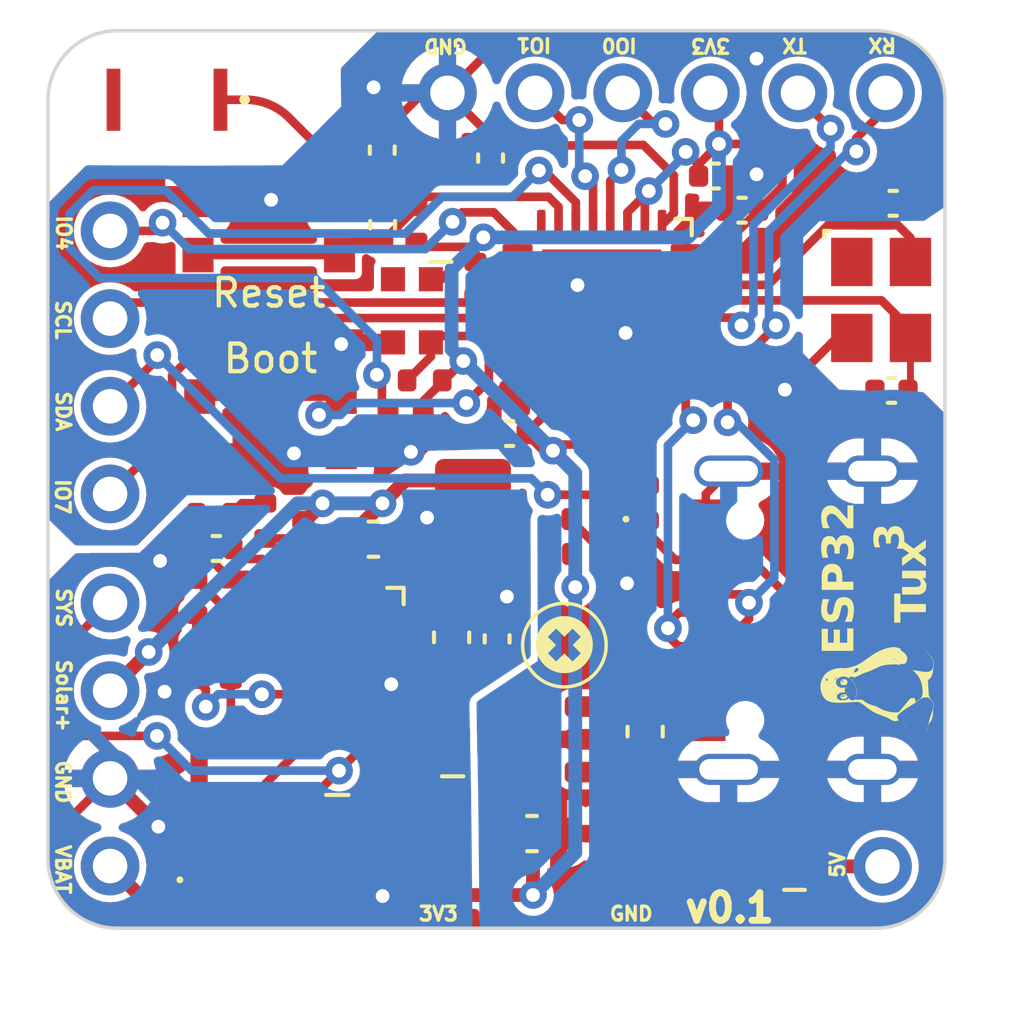
<source format=kicad_pcb>
(kicad_pcb (version 20221018) (generator pcbnew)
  (layers (0 "F.Cu" signal) (31 "B.Cu" signal) (34 "B.Paste" user) (35 "F.Paste" user) (36 "B.SilkS" user "B.Silkscreen") (37 "F.SilkS" user "F.Silkscreen") (38 "B.Mask" user) (39 "F.Mask" user) (44 "Edge.Cuts" user))
  (net 0 "")
  (net 1 "GND")
  (net 2 "Net-(U1-VREF_SAMP)")
  (net 3 "Net-(D1-K)")
  (net 4 "Net-(D1-A)")
  (net 6 "Net-(U1-LBST)")
  (net 7 "Net-(U1-OK_PROG)")
  (net 8 "Net-(R2-Pad2)")
  (net 9 "Net-(U1-VBAT_OV)")
  (net 10 "Net-(U1-VRDIV)")
  (net 11 "Net-(U1-VBAT_UV)")
  (net 12 "Net-(U1-OK_HYST)")
  (net 13 "+3.3V")
  (net 14 "CHIP_EN")
  (net 15 "+5V")
  (net 16 "Net-(D2-A)")
  (net 17 "Net-(U2-LNA_IN)")
  (net 18 "Net-(J2-CC1)")
  (net 19 "IO19")
  (net 20 "IO18")
  (net 21 "Net-(J2-CC2)")
  (net 22 "IO5")
  (net 23 "IO6")
  (net 31 "IO9")
  (net 32 "IO0")
  (net 33 "IO1")
  (net 35 "IO4")
  (net 36 "IO7")
  (net 37 "RX")
  (net 38 "TX")
  (net 42 "Net-(D5-A)")
  (net 43 "GND2")
  (net 44 "IO2")
  (net 46 "SolarIN")
  (net 47 "VBAT")
  (net 48 "SolarSYS")
  (net 50 "IO8")
  (net 51 "Net-(U1-VOC_SAMP)")
  (net 52 "ANT1")
  (net 53 "XTAL_P")
  (net 54 "XTAL_N")
  (net 55 "NC")
  (footprint "Jumper:SolderJumper-2_P1.3mm_Open_Pad1.0x1.5mm" (layer "F.Cu") (at 111.65 97.91 -90)
    (fp_text reference "JP2" hide)
    (fp_text value "SolderJumper_2_Open" hide)
  )
  (footprint "Capacitor_SMD:C_0402_1005Metric" (layer "F.Cu") (at 113.42 91.62 90)
    (fp_text reference "C2" hide)
    (fp_text value "100 nF" hide)
  )
  (footprint "Jumper:SolderJumper-2_P1.3mm_Open_Pad1.0x1.5mm" (layer "F.Cu") (at 117.22 97.92 90)
    (fp_text reference "JP1" hide)
    (fp_text value "SolderJumper_2_Open" hide)
  )
  (footprint "Inductor_SMD:L_0402_1005Metric" (layer "F.Cu") (at 111.775 78.12 180)
    (fp_text reference "L2" hide)
    (fp_text value "2 nH" hide)
  )
  (footprint "Connector_PinHeader_2.54mm:PinHeader_1x04_P2.54mm_Vertical" (layer "F.Cu") (at 102.2 98.2 180)
    (fp_text reference "J3" hide)
    (fp_text value "Conn_01x04" hide)
  )
  (footprint "Resistor_SMD:R_0402_1005Metric" (layer "F.Cu") (at 105.7 92.29 -90)
    (fp_text reference "R7" hide)
    (fp_text value "6.12M" hide)
  )
  (footprint "Inductor_SMD:L_1008_2520Metric" (layer "F.Cu") (at 112.72 88.105 -90)
    (fp_text reference "L1" hide)
    (fp_text value "22 uH" hide)
  )
  (footprint "Package_TO_SOT_SMD:SOT-23-5" (layer "F.Cu") (at 114.9025 94.53 180)
    (fp_text reference "U3" hide)
    (fp_text value "SPX3819M5-L-3-3" hide)
  )
  (footprint "Resistor_SMD:R_0402_1005Metric" (layer "F.Cu") (at 104.7 92.29 -90)
    (fp_text reference "R8" hide)
    (fp_text value "542K" hide)
  )
  (footprint "Resistor_SMD:R_0402_1005Metric" (layer "F.Cu") (at 107.8 88.69 -90)
    (fp_text reference "R1" hide)
    (fp_text value "4.42M" hide)
  )
  (footprint "Resistor_SMD:R_0402_1005Metric" (layer "F.Cu") (at 105.29 96.2 180)
    (fp_text reference "R10" hide)
    (fp_text value "3.32M" hide)
  )
  (footprint "Capacitor_SMD:C_0402_1005Metric" (layer "F.Cu") (at 113.78 85.67 180)
    (fp_text reference "C7" hide)
    (fp_text value "0.1 uF" hide)
  )
  (footprint "Resistor_SMD:R_0402_1005Metric" (layer "F.Cu") (at 112.79 81.21 90)
    (fp_text reference "R15" hide)
    (fp_text value "10K" hide)
  )
  (footprint "Resistor_SMD:R_0402_1005Metric" (layer "F.Cu") (at 105.29 94.5 180)
    (fp_text reference "R6" hide)
    (fp_text value "3.83M" hide)
  )
  (footprint "Capacitor_SMD:C_0402_1005Metric" (layer "F.Cu") (at 124.85 84.42)
    (fp_text reference "C6" hide)
    (fp_text value "10 pF" hide)
  )
  (footprint "Connector_PinHeader_2.54mm:PinHeader_1x06_P2.54mm_Vertical" (layer "F.Cu") (at 124.68 75.8 -90)
    (fp_text reference "J1" hide)
    (fp_text value "Conn_02x04_Top_Bottom" hide)
  )
  (footprint "LED_SMD:LED_0402_1005Metric" (layer "F.Cu") (at 105.315 98.6)
    (fp_text reference "D1" hide)
    (fp_text value "LED" hide)
  )
  (footprint "Resistor_SMD:R_0402_1005Metric" (layer "F.Cu") (at 117.43 91.77 -90)
    (fp_text reference "R12" hide)
    (fp_text value "4k7" hide)
  )
  (footprint "Resistor_SMD:R_0402_1005Metric" (layer "F.Cu") (at 111.32 84.13)
    (fp_text reference "R16" hide)
    (fp_text value "10K" hide)
  )
  (footprint "BRC1518:tux" (layer "F.Cu") (at 128.058812 93.900976 90)
    (fp_text reference "REF**" hide)
    (fp_text value "tux" hide)
  )
  (footprint "Button_Switch_SMD:SW_Push_1P1T_NO_CK_KMR2" (layer "F.Cu") (at 106.85 85.4)
    (fp_text reference "SW1" hide)
    (fp_text value "Boot")
  )
  (footprint "LED_SMD:LED_WS2812B-2020_PLCC4_2.0x2.0mm" (layer "F.Cu") (at 110.95 82.115 -90)
    (fp_text reference "D3" hide)
    (fp_text value "WS2812B" hide)
  )
  (footprint "Connector_PinHeader_2.54mm:PinHeader_1x04_P2.54mm_Vertical" (layer "F.Cu") (at 102.2 87.42 180)
    (fp_text reference "J7" hide)
    (fp_text value "Conn_02x04_Top_Bottom" hide)
  )
  (footprint "Capacitor_SMD:C_0603_1608Metric" (layer "F.Cu") (at 117.71 94.305 90)
    (fp_text reference "C9" hide)
    (fp_text value "10 uF" hide)
  )
  (footprint "Capacitor_SMD:C_0402_1005Metric" (layer "F.Cu") (at 113.23 77.69 90)
    (fp_text reference "C12" hide)
    (fp_text value "4.7 pF" hide)
  )
  (footprint "Capacitor_SMD:C_0402_1005Metric" (layer "F.Cu") (at 105.28 89 180)
    (fp_text reference "C3" hide)
    (fp_text value "10 nF" hide)
  )
  (footprint "Crystal:Crystal_SMD_3225-4Pin_3.2x2.5mm" (layer "F.Cu") (at 124.55 81.8 -90)
    (fp_text reference "Y1" hide)
    (fp_text value "40 Mhz" hide)
  )
  (footprint "Resistor_SMD:R_0402_1005Metric" (layer "F.Cu") (at 107.51 94.5)
    (fp_text reference "R9" hide)
    (fp_text value "6.12M" hide)
  )
  (footprint "Capacitor_SMD:C_0402_1005Metric" (layer "F.Cu") (at 119.74 78.21)
    (fp_text reference "C13" hide)
    (fp_text value "0.1uF" hide)
  )
  (footprint "Button_Switch_SMD:SW_Push_1P1T_NO_CK_KMR2" (layer "F.Cu") (at 106.8 79.7 180)
    (fp_text reference "SW2" hide)
    (fp_text value "Reset")
  )
  (footprint "Capacitor_SMD:C_0402_1005Metric" (layer "F.Cu") (at 124.9 79 180)
    (fp_text reference "C5" hide)
    (fp_text value "10 pF" hide)
  )
  (footprint "Capacitor_SMD:C_0402_1005Metric" (layer "F.Cu") (at 110.1 79.62 90)
    (fp_text reference "C8" hide)
    (fp_text value "0.1 uF" hide)
  )
  (footprint "Capacitor_SMD:C_0603_1608Metric" (layer "F.Cu") (at 114.43 97.26)
    (fp_text reference "C10" hide)
    (fp_text value "10 uF" hide)
  )
  (footprint "Diode_SMD:D_SOD-523" (layer "F.Cu") (at 112.12 94.34 90)
    (fp_text reference "D5" hide)
    (fp_text value "1N4148WT" hide)
  )
  (footprint "LED_SMD:LED_0402_1005Metric" (layer "F.Cu") (at 116.065 88.15 180)
    (fp_text reference "D2" hide)
    (fp_text value "LED" hide)
  )
  (footprint "Connector_USB:USB_C_Receptacle_Palconn_UTC16-G" (layer "F.Cu") (at 122.06 91.08 90)
    (fp_text reference "J2" hide)
    (fp_text value "USB_C_Receptacle_USB2.0" hide)
  )
  (footprint "Package_DFN_QFN:QFN-32-1EP_5x5mm_P0.5mm_EP3.45x3.45mm" (layer "F.Cu") (at 116.45 82.0625 -90)
    (fp_text reference "U2" hide)
    (fp_text value "ESP32-C3" hide)
  )
  (footprint "Resistor_SMD:R_0402_1005Metric" (layer "F.Cu") (at 117.79 87.68 -90)
    (fp_text reference "R13" hide)
    (fp_text value "4k7" hide)
  )
  (footprint "Resistor_SMD:R_0402_1005Metric" (layer "F.Cu") (at 105.7 90.4 90)
    (fp_text reference "R4" hide)
    (fp_text value "4.42M" hide)
  )
  (footprint "Resistor_SMD:R_0402_1005Metric" (layer "F.Cu") (at 116.08 89.16 180)
    (fp_text reference "R17" hide)
    (fp_text value "1K" hide)
  )
  (footprint "Resistor_SMD:R_0402_1005Metric" (layer "F.Cu") (at 110.8 85.14)
    (fp_text reference "R19" hide)
    (fp_text value "10K" hide)
  )
  (footprint "Resistor_SMD:R_0402_1005Metric" (layer "F.Cu") (at 111.08 79.61 -90)
    (fp_text reference "R18" hide)
    (fp_text value "10K" hide)
  )
  (footprint "Connector_PinHeader_2.54mm:PinHeader_1x01_P2.54mm_Vertical" (layer "F.Cu") (at 124.59 98.21)
    (fp_text reference "J4" hide)
    (fp_text value "Conn_01x01" hide)
  )
  (footprint "Capacitor_SMD:C_0402_1005Metric" (layer "F.Cu") (at 120.52 79.2 180)
    (fp_text reference "C14" hide)
    (fp_text value "0.1 uF" hide)
  )
  (footprint "PulseAntFoot:ANT3216LL00R2400A" (layer "F.Cu") (at 103.85 76 180)
    (fp_text reference "ANT1" hide)
    (fp_text value "ANT3216LL00R2400A" hide)
  )
  (footprint "BRC1518:Logo" (layer "F.Cu") (at 115.37 91.8)
    (fp_text reference "REF**" hide)
    (fp_text value "Logo" hide)
  )
  (footprint "Package_DFN_QFN:VQFN-16-1EP_3x3mm_P0.5mm_EP1.68x1.68mm" (layer "F.Cu") (at 109.1 91.75 -90)
    (fp_text reference "U1" hide)
    (fp_text value "BQ25504" hide)
  )
  (footprint "Capacitor_SMD:C_0402_1005Metric" (layer "F.Cu") (at 110.09 77.46 90)
    (fp_text reference "C11" hide)
    (fp_text value "3.3 pF" hide)
  )
  (footprint "Resistor_SMD:R_0402_1005Metric" (layer "F.Cu") (at 117.12 85.99 180)
    (fp_text reference "R14" hide)
    (fp_text value "10K" hide)
  )
  (footprint "Diode_SMD:D_SOD-523" (layer "F.Cu") (at 122.04 97.64 90)
    (fp_text reference "D4" hide)
    (fp_text value "1N4148WT" hide)
  )
  (footprint "Resistor_SMD:R_0402_1005Metric" (layer "F.Cu") (at 104.7 90.41 90)
    (fp_text reference "R5" hide)
    (fp_text value "5.62M" hide)
  )
  (footprint "Capacitor_SMD:C_0603_1608Metric" (layer "F.Cu") (at 112.1 91.575 90)
    (fp_text reference "C1" hide)
    (fp_text value "4.7 uF" hide)
  )
  (footprint "Resistor_SMD:R_0402_1005Metric" (layer "F.Cu") (at 106.7 88.2 90)
    (fp_text reference "R2" hide)
    (fp_text value "5.90M" hide)
  )
  (footprint "Resistor_SMD:R_0402_1005Metric" (layer "F.Cu") (at 105.21 88 180)
    (fp_text reference "R3" hide)
    (fp_text value "9.76M" hide)
  )
  (footprint "Resistor_SMD:R_0402_1005Metric" (layer "F.Cu") (at 105.29 97.4)
    (fp_text reference "R11" hide)
    (fp_text value "4K7" hide)
  )
  (footprint "Package_TO_SOT_SMD:SOT-23" (layer "F.Cu") (at 108.4625 97.7)
    (fp_text reference "Q1" hide)
    (fp_text value "BC847" hide)
  )
  (footprint "Capacitor_SMD:C_0603_1608Metric" (layer "F.Cu") (at 109.835 88.73)
    (fp_text reference "C4" hide)
    (fp_text value "4.7 uF" hide)
  )
  (gr_line (start 102.4 100) (end 124.3 100) (stroke (width 0.1)) (layer "Edge.Cuts"))
  (gr_arc (start 126.4 98) (mid 125.77845 99.449095) (end 124.300125 99.997505) (stroke (width 0.1)) (layer "Edge.Cuts"))
  (gr_arc (start 102.4 100) (mid 100.98991 99.41009) (end 100.4 98) (stroke (width 0.1)) (layer "Edge.Cuts"))
  (gr_arc (start 124.4 74) (mid 125.814214 74.585786) (end 126.4 76) (stroke (width 0.1)) (layer "Edge.Cuts"))
  (gr_line (start 100.4 76) (end 100.4 98) (stroke (width 0.1)) (layer "Edge.Cuts"))
  (gr_line (start 126.4 98) (end 126.4 76) (stroke (width 0.1)) (layer "Edge.Cuts"))
  (gr_line (start 124.4 74) (end 102.4 74) (stroke (width 0.1)) (layer "Edge.Cuts"))
  (gr_arc (start 100.4 76) (mid 100.98991 74.58991) (end 102.399999 74) (stroke (width 0.1)) (layer "Edge.Cuts"))
  (segment (start 120.22 79.02) (end 120.04 79.2) (width 0.25) (layer "F.Cu") (net 1))
  (segment (start 115.01 94.184251) (end 115.01 93.27) (width 0.25) (layer "F.Cu") (net 1))
  (segment (start 111.220538 86.2) (end 108.9 86.2) (width 0.25) (layer "F.Cu") (net 1))
  (segment (start 123.26 82.9) (end 121.76 84.4) (width 0.25) (layer "F.Cu") (net 1))
  (segment (start 115.01 93.27) (end 116.885 91.395) (width 0.25) (layer "F.Cu") (net 1))
  (segment (start 116.785 92.605) (end 116.785 91.495) (width 0.25) (layer "F.Cu") (net 1))
  (segment (start 120.13 86.76) (end 124.3 86.76) (width 0.25) (layer "F.Cu") (net 1))
  (segment (start 120.89 78.21) (end 120.94 78.16) (width 0.25) (layer "F.Cu") (net 1))
  (segment (start 113.23 77.21) (end 113.23 77.05) (width 0.25) (layer "F.Cu") (net 1))
  (segment (start 101.713299 88.595) (end 102.686701 88.595) (width 0.25) (layer "F.Cu") (net 1))
  (segment (start 124.37 84.42) (end 124.37 84.427609) (width 0.25) (layer "F.Cu") (net 1))
  (segment (start 102.686701 88.595) (end 104.8 86.481701) (width 0.25) (layer "F.Cu") (net 1))
  (segment (start 106.87 78.9) (end 104.75 78.9) (width 0.25) (layer "F.Cu") (net 1))
  (segment (start 117.53 87.17) (end 116.55 88.15) (width 0.25) (layer "F.Cu") (net 1))
  (segment (start 101.025 87.906701) (end 101.713299 88.595) (width 0.25) (layer "F.Cu") (net 1))
  (segment (start 119.46 94.28) (end 118.46 94.28) (width 0.4) (layer "F.Cu") (net 1))
  (segment (start 117.71 93.53) (end 116.785 92.605) (width 0.25) (layer "F.Cu") (net 1))
  (segment (start 101.713299 78.625) (end 101.025 79.313299) (width 0.25) (layer "F.Cu") (net 1))
  (segment (start 115.365 97.27) (end 115.205 97.43) (width 0.25) (layer "F.Cu") (net 1))
  (segment (start 116.94 96.99) (end 117.22 97.27) (width 0.25) (layer "F.Cu") (net 1))
  (segment (start 116.55 88.15) (end 117.185 88.785) (width 0.25) (layer "F.Cu") (net 1))
  (segment (start 111.98 75.8) (end 111.27 75.8) (width 0.25) (layer "F.Cu") (net 1))
  (segment (start 111.27 75.8) (end 110.09 76.98) (width 0.25) (layer "F.Cu") (net 1))
  (segment (start 113.605 74.175) (end 111.98 75.8) (width 0.25) (layer "F.Cu") (net 1))
  (segment (start 120.94 74.81) (end 120.94 76.261701) (width 0.25) (layer "F.Cu") (net 1))
  (segment (start 117.185 88.785) (end 117.185 90.01) (width 0.25) (layer "F.Cu") (net 1))
  (segment (start 117.79 87.17) (end 117.53 87.17) (width 0.25) (layer "F.Cu") (net 1))
  (segment (start 107.575998 86.2) (end 107.532023 86.243975) (width 0.25) (layer "F.Cu") (net 1))
  (segment (start 115.215 97.27) (end 115.205 97.26) (width 0.25) (layer "F.Cu") (net 1))
  (segment (start 123.7 82.9) (end 123.26 82.9) (width 0.25) (layer "F.Cu") (net 1))
  (segment (start 116.785 91.495) (end 116.885 91.395) (width 0.25) (layer "F.Cu") (net 1))
  (segment (start 120.22 78.21) (end 120.22 79.02) (width 0.25) (layer "F.Cu") (net 1))
  (segment (start 116.04 94.53) (end 115.355749 94.53) (width 0.25) (layer "F.Cu") (net 1))
  (segment (start 124.3 95.4) (end 124.3 86.76) (width 0.25) (layer "F.Cu") (net 1))
  (segment (start 101.025 79.313299) (end 101.025 87.906701) (width 0.25) (layer "F.Cu") (net 1))
  (segment (start 113.23 77.05) (end 111.98 75.8) (width 0.25) (layer "F.Cu") (net 1))
  (segment (start 117.22 97.27) (end 115.215 97.27) (width 0.25) (layer "F.Cu") (net 1))
  (segment (start 109.09 79.14) (end 108.85 78.9) (width 0.25) (layer "F.Cu") (net 1))
  (segment (start 120.94 74.81) (end 120.271701 74.81) (width 0.25) (layer "F.Cu") (net 1))
  (segment (start 117.43 91.26) (end 117.185 91.015) (width 0.25) (layer "F.Cu") (net 1))
  (segment (start 110.1 79.14) (end 109.09 79.14) (width 0.25) (layer "F.Cu") (net 1))
  (segment (start 116.885 91.395) (end 117.02 91.26) (width 0.25) (layer "F.Cu") (net 1))
  (segment (start 117.02 91.26) (end 117.43 91.26) (width 0.25) (layer "F.Cu") (net 1))
  (segment (start 104.8 86.481701) (end 104.8 86.2) (width 0.25) (layer "F.Cu") (net 1))
  (segment (start 106.87 78.9) (end 108.85 78.9) (width 0.25) (layer "F.Cu") (net 1))
  (segment (start 120.271701 74.81) (end 119.636701 74.175) (width 0.25) (layer "F.Cu") (net 1))
  (segment (start 120.94 76.261701) (end 123.678299 79) (width 0.25) (layer "F.Cu") (net 1))
  (segment (start 108.9 83.079) (end 108.949 83.03) (width 0.25) (layer "F.Cu") (net 1))
  (segment (start 119.636701 74.175) (end 113.605 74.175) (width 0.25) (layer "F.Cu") (net 1))
  (segment (start 123.678299 79) (end 124.42 79) (width 0.25) (layer "F.Cu") (net 1))
  (segment (start 113.3 85.67) (end 111.750538 85.67) (width 0.25) (layer "F.Cu") (net 1))
  (segment (start 104.475 78.625) (end 101.713299 78.625) (width 0.25) (layer "F.Cu") (net 1))
  (segment (start 117.185 91.015) (end 117.185 90.01) (width 0.25) (layer "F.Cu") (net 1))
  (segment (start 115.355749 94.53) (end 115.01 94.184251) (width 0.25) (layer "F.Cu") (net 1))
  (segment (start 120.22 78.21) (end 120.89 78.21) (width 0.25) (layer "F.Cu") (net 1))
  (segment (start 118.46 94.28) (end 117.71 93.53) (width 0.4) (layer "F.Cu") (net 1))
  (segment (start 111.750538 85.67) (end 111.220538 86.2) (width 0.25) (layer "F.Cu") (net 1))
  (segment (start 119.47 87.88) (end 119.47 87.42) (width 0.25) (layer "F.Cu") (net 1))
  (segment (start 108.949 83.03) (end 110.4 83.03) (width 0.25) (layer "F.Cu") (net 1))
  (segment (start 108.9 86.2) (end 107.575998 86.2) (width 0.25) (layer "F.Cu") (net 1))
  (segment (start 119.47 87.42) (end 120.13 86.76) (width 0.25) (layer "F.Cu") (net 1))
  (segment (start 104.75 78.9) (end 104.475 78.625) (width 0.25) (layer "F.Cu") (net 1))
  (segment (start 104.8 86.2) (end 108.9 86.2) (width 0.25) (layer "F.Cu") (net 1))
  (via (at 117.14375 82.75625) (size 0.8) (drill 0.4) (layers "F.Cu" "B.Cu") (net 1))
  (via (at 120.94 78.16) (size 0.8) (drill 0.4) (layers "F.Cu" "B.Cu") (net 1))
  (via (at 107.532023 86.243975) (size 0.8) (drill 0.4) (layers "F.Cu" "B.Cu") (net 1))
  (via (at 120.94 74.81) (size 0.8) (drill 0.4) (layers "F.Cu" "B.Cu") (net 1))
  (via (at 121.76 84.4) (size 0.8) (drill 0.4) (layers "F.Cu" "B.Cu") (net 1))
  (via (at 109.84 75.64) (size 0.8) (drill 0.4) (layers "F.Cu" "B.Cu") (net 1))
  (via (at 115.75 81.37) (size 0.8) (drill 0.4) (layers "F.Cu" "B.Cu") (net 1))
  (via (at 117.185 90.01) (size 0.8) (drill 0.4) (layers "F.Cu" "B.Cu") (net 1))
  (via (at 106.87 78.9) (size 0.8) (drill 0.4) (layers "F.Cu" "B.Cu") (net 1))
  (via (at 108.9 83.079) (size 0.8) (drill 0.4) (layers "F.Cu" "B.Cu") (net 1))
  (via (at 110.92 86.2) (size 0.8) (drill 0.4) (layers "F.Cu" "B.Cu") (net 1))
  (segment (start 107.532023 84.446977) (end 108.9 83.079) (width 0.25) (layer "B.Cu") (net 1))
  (segment (start 121.338192 84.4) (end 121.76 84.4) (width 0.25) (layer "B.Cu") (net 1))
  (segment (start 106.87 78.9) (end 106.87 78.61) (width 0.25) (layer "B.Cu") (net 1))
  (segment (start 120.639096 83.700904) (end 121.338192 84.4) (width 0.25) (layer "B.Cu") (net 1))
  (segment (start 119.775497 82.837305) (end 120.639096 83.700904) (width 0.25) (layer "B.Cu") (net 1))
  (segment (start 121.601654 84.558346) (end 121.76 84.4) (width 0.25) (layer "B.Cu") (net 1))
  (segment (start 117.14375 82.75625) (end 119.694442 82.75625) (width 0.25) (layer "B.Cu") (net 1))
  (segment (start 120.94 78.736656) (end 119.775497 79.901159) (width 0.25) (layer "B.Cu") (net 1))
  (segment (start 106.87 78.61) (end 109.84 75.64) (width 0.25) (layer "B.Cu") (net 1))
  (segment (start 119.694442 82.75625) (end 120.639096 83.700904) (width 0.25) (layer "B.Cu") (net 1))
  (segment (start 120.94 74.81) (end 120.94 78.736656) (width 0.25) (layer "B.Cu") (net 1))
  (segment (start 107.532023 86.243975) (end 107.532023 84.446977) (width 0.25) (layer "B.Cu") (net 1))
  (segment (start 119.775497 79.901159) (end 119.775497 82.837305) (width 0.25) (layer "B.Cu") (net 1))
  (segment (start 106.065 89.305) (end 106.605 89.305) (width 0.25) (layer "F.Cu") (net 2))
  (segment (start 107.5875 90.2875) (end 108.35 90.2875) (width 0.25) (layer "F.Cu") (net 2))
  (segment (start 106.605 89.305) (end 107.5875 90.2875) (width 0.25) (layer "F.Cu") (net 2))
  (segment (start 105.76 89) (end 106.065 89.305) (width 0.25) (layer "F.Cu") (net 2))
  (segment (start 105.8 97.4) (end 104.83 98.37) (width 0.25) (layer "F.Cu") (net 3))
  (segment (start 104.83 98.37) (end 104.83 98.6) (width 0.25) (layer "F.Cu") (net 3))
  (segment (start 107.475 98.6) (end 107.525 98.65) (width 0.25) (layer "F.Cu") (net 4))
  (segment (start 105.8 98.6) (end 107.475 98.6) (width 0.25) (layer "F.Cu") (net 4))
  (segment (start 110.6 91) (end 112.425 89.175) (width 0.25) (layer "F.Cu") (net 6))
  (segment (start 110.5625 91) (end 110.6 91) (width 0.25) (layer "F.Cu") (net 6))
  (segment (start 112.425 89.175) (end 112.7 89.175) (width 0.25) (layer "F.Cu") (net 6))
  (segment (start 108.85 93.2125) (end 108.85 93.673008) (width 0.25) (layer "F.Cu") (net 7))
  (segment (start 106.32 96.2) (end 108.02 94.5) (width 0.25) (layer "F.Cu") (net 7))
  (segment (start 108.85 93.673008) (end 108.023008 94.5) (width 0.25) (layer "F.Cu") (net 7))
  (segment (start 105.8 96.2) (end 106.32 96.2) (width 0.25) (layer "F.Cu") (net 7))
  (segment (start 108.023008 94.5) (end 108.02 94.5) (width 0.25) (layer "F.Cu") (net 7))
  (segment (start 106.7 87.69) (end 106.02 87.69) (width 0.25) (layer "F.Cu") (net 8))
  (segment (start 106.02 87.69) (end 105.71 88) (width 0.25) (layer "F.Cu") (net 8))
  (segment (start 107.6375 91.5) (end 107.176992 91.5) (width 0.25) (layer "F.Cu") (net 9))
  (segment (start 104.7 89.9) (end 104.7 89.91) (width 0.25) (layer "F.Cu") (net 9))
  (segment (start 107.176992 91.5) (end 106.586992 90.91) (width 0.25) (layer "F.Cu") (net 9))
  (segment (start 106.586992 90.91) (end 105.7 90.91) (width 0.25) (layer "F.Cu") (net 9))
  (segment (start 104.7 89.91) (end 105.7 90.91) (width 0.25) (layer "F.Cu") (net 9))
  (segment (start 105.7 91.78) (end 104.7 91.78) (width 0.25) (layer "F.Cu") (net 10))
  (segment (start 104.7 90.92) (end 104.7 91.78) (width 0.25) (layer "F.Cu") (net 10))
  (segment (start 105.92 92) (end 105.7 91.78) (width 0.25) (layer "F.Cu") (net 10))
  (segment (start 107.6375 92) (end 105.92 92) (width 0.25) (layer "F.Cu") (net 10))
  (segment (start 105.7 94.4) (end 105.7 92.8) (width 0.25) (layer "F.Cu") (net 11))
  (segment (start 107.6375 92.5) (end 106 92.5) (width 0.25) (layer "F.Cu") (net 11))
  (segment (start 105.8 94.5) (end 105.7 94.4) (width 0.25) (layer "F.Cu") (net 11))
  (segment (start 106 92.5) (end 105.7 92.8) (width 0.25) (layer "F.Cu") (net 11))
  (segment (start 106.600691 93.2245) (end 108.338 93.2245) (width 0.25) (layer "F.Cu") (net 12))
  (segment (start 108.338 93.2245) (end 108.35 93.2125) (width 0.25) (layer "F.Cu") (net 12))
  (segment (start 108.2875 93.2125) (end 107 94.5) (width 0.25) (layer "F.Cu") (net 12))
  (segment (start 104.9755 93.582995) (end 104.9755 93.0755) (width 0.25) (layer "F.Cu") (net 12))
  (segment (start 108.35 93.2125) (end 108.2875 93.2125) (width 0.25) (layer "F.Cu") (net 12))
  (segment (start 104.9755 93.0755) (end 104.7 92.8) (width 0.25) (layer "F.Cu") (net 12))
  (via (at 104.9755 93.582995) (size 0.8) (drill 0.4) (layers "F.Cu" "B.Cu") (net 12))
  (via (at 106.600691 93.2245) (size 0.8) (drill 0.4) (layers "F.Cu" "B.Cu") (net 12))
  (segment (start 106.600691 93.2245) (end 105.333995 93.2245) (width 0.25) (layer "B.Cu") (net 12))
  (segment (start 105.333995 93.2245) (end 104.9755 93.582995) (width 0.25) (layer "B.Cu") (net 12))
  (segment (start 115.6845 89.2745) (end 115.57 89.16) (width 0.25) (layer "F.Cu") (net 13))
  (segment (start 121 79.207609) (end 119.895109 80.3125) (width 0.25) (layer "F.Cu") (net 13))
  (segment (start 121 79.2) (end 121 79.207609) (width 0.25) (layer "F.Cu") (net 13))
  (segment (start 111.1 84.90975) (end 112.44025 83.5695) (width 0.25) (layer "F.Cu") (net 13))
  (segment (start 113.655 95.59) (end 113.765 95.48) (width 0.4) (layer "F.Cu") (net 13))
  (segment (start 118.8875 80.3125) (end 119.39 80.3125) (width 0.25) (layer "F.Cu") (net 13))
  (segment (start 111.83 84.13) (end 111.87975 84.13) (width 0.25) (layer "F.Cu") (net 13))
  (segment (start 112.79 80.216505) (end 113.02 79.986505) (width 0.25) (layer "F.Cu") (net 13))
  (segment (start 114.26 85.67) (end 114.7 85.23) (width 0.25) (layer "F.Cu") (net 13))
  (segment (start 112.12 96.79) (end 111.65 97.26) (width 0.4) (layer "F.Cu") (net 13))
  (segment (start 111.5 81.2) (end 111.806505 81.2) (width 0.25) (layer "F.Cu") (net 13))
  (segment (start 115.6845 90.12) (end 115.6845 89.2745) (width 0.25) (layer "F.Cu") (net 13))
  (segment (start 112.12 95.04) (end 112.12 96.79) (width 0.4) (layer "F.Cu") (net 13))
  (segment (start 112.13 99.04) (end 111.65 98.56) (width 0.4) (layer "F.Cu") (net 13))
  (segment (start 119.895109 80.3125) (end 118.8875 80.3125) (width 0.25) (layer "F.Cu") (net 13))
  (segment (start 119.85 77.28) (end 121.085305 77.28) (width 0.25) (layer "F.Cu") (net 13))
  (segment (start 115.213534 85.99) (end 116.61 85.99) (width 0.25) (layer "F.Cu") (net 13))
  (segment (start 114.46 98.235) (end 113.655 97.43) (width 0.4) (layer "F.Cu") (net 13))
  (segment (start 111.806505 81.2) (end 113.02 79.986505) (width 0.25) (layer "F.Cu") (net 13))
  (segment (start 121.085305 77.28) (end 121.69 77.884695) (width 0.25) (layer "F.Cu") (net 13))
  (segment (start 114.756767 86.166767) (end 114.26 85.67) (width 0.25) (layer "F.Cu") (net 13))
  (segment (start 121.69 77.884695) (end 121.69 78.51) (width 0.25) (layer "F.Cu") (net 13))
  (segment (start 117.7 78.76) (end 117.7 79.125) (width 0.25) (layer "F.Cu") (net 13))
  (segment (start 119.26 78.21) (end 119.26 77.885402) (width 0.25) (layer "F.Cu") (net 13))
  (segment (start 112.745 80.261505) (end 113.02 79.986505) (width 0.25) (layer "F.Cu") (net 13))
  (segment (start 121.69 78.51) (end 121 79.2) (width 0.25) (layer "F.Cu") (net 13))
  (segment (start 114.46 99.04) (end 114.46 98.235) (width 0.4) (layer "F.Cu") (net 13))
  (segment (start 119.26 77.885402) (end 118.88501 77.510412) (width 0.25) (layer "F.Cu") (net 13))
  (segment (start 118.8875 80.8125) (end 118.89 80.8125) (width 0.25) (layer "F.Cu") (net 13))
  (segment (start 117.815 78.645) (end 117.7 78.76) (width 0.25) (layer "F.Cu") (net 13))
  (segment (start 117.7 78.76) (end 117.7 79.625) (width 0.25) (layer "F.Cu") (net 13))
  (segment (start 118.89 80.8125) (end 119.39 80.3125) (width 0.25) (layer "F.Cu") (net 13))
  (segment (start 119.85 77.28) (end 119.26 77.87) (width 0.25) (layer "F.Cu") (net 13))
  (segment (start 111.1 85.1) (end 111.1 84.90975) (width 0.25) (layer "F.Cu") (net 13))
  (segment (start 114.7 85.23) (end 114.7 84.5) (width 0.25) (layer "F.Cu") (net 13))
  (segment (start 111.08 80.12) (end 111.221505 80.261505) (width 0.25) (layer "F.Cu") (net 13))
  (segment (start 112.79 80.71) (end 113.3925 81.3125) (width 0.25) (layer "F.Cu") (net 13))
  (segment (start 115.036767 86.166767) (end 115.213534 85.99) (width 0.25) (layer "F.Cu") (net 13))
  (segment (start 115.036767 86.166767) (end 114.756767 86.166767) (width 0.25) (layer "F.Cu") (net 13))
  (segment (start 114.46 99.04) (end 112.13 99.04) (width 0.4) (layer "F.Cu") (net 13))
  (segment (start 117.2 79.26) (end 117.2 79.625) (width 0.25) (layer "F.Cu") (net 13))
  (segment (start 111.87975 84.13) (end 112.44025 83.5695) (width 0.25) (layer "F.Cu") (net 13))
  (segment (start 113.3925 81.3125) (end 114.0125 81.3125) (width 0.25) (layer "F.Cu") (net 13))
  (segment (start 113.655 97.43) (end 113.655 95.59) (width 0.4) (layer "F.Cu") (net 13))
  (segment (start 119.85 77.28) (end 119.85 76.05) (width 0.25) (layer "F.Cu") (net 13))
  (segment (start 112.79 80.7) (end 112.79 80.216505) (width 0.25) (layer "F.Cu") (net 13))
  (segment (start 119.85 76.05) (end 119.6 75.8) (width 0.25) (layer "F.Cu") (net 13))
  (segment (start 117.815 78.645) (end 117.2 79.26) (width 0.25) (layer "F.Cu") (net 13))
  (segment (start 119.26 77.87) (end 119.26 78.21) (width 0.25) (layer "F.Cu") (net 13))
  (segment (start 111.221505 80.261505) (end 112.745 80.261505) (width 0.25) (layer "F.Cu") (net 13))
  (via (at 114.46 99.04) (size 0.8) (drill 0.4) (layers "F.Cu" "B.Cu") (net 13))
  (via (at 112.44025 83.5695) (size 0.8) (drill 0.4) (layers "F.Cu" "B.Cu") (net 13))
  (via (at 117.815 78.645) (size 0.8) (drill 0.4) (layers "F.Cu" "B.Cu") (net 13))
  (via (at 119.85 77.28) (size 0.8) (drill 0.4) (layers "F.Cu" "B.Cu") (net 13))
  (via (at 115.6845 90.12) (size 0.8) (drill 0.4) (layers "F.Cu" "B.Cu") (net 13))
  (via (at 118.88501 77.510412) (size 0.8) (drill 0.4) (layers "F.Cu" "B.Cu") (net 13))
  (via (at 113.02 79.986505) (size 0.8) (drill 0.4) (layers "F.Cu" "B.Cu") (net 13))
  (via (at 115.036767 86.166767) (size 0.8) (drill 0.4) (layers "F.Cu" "B.Cu") (net 13))
  (segment (start 118.88501 77.57499) (end 117.815 78.645) (width 0.25) (layer "B.Cu") (net 13))
  (segment (start 119.85 77.28) (end 119.85 79.084194) (width 0.4) (layer "B.Cu") (net 13))
  (segment (start 118.88501 77.510412) (end 118.88501 77.57499) (width 0.25) (layer "B.Cu") (net 13))
  (segment (start 112.44025 83.5695) (end 112.1 83.22925) (width 0.4) (layer "B.Cu") (net 13))
  (segment (start 115.6845 86.8145) (end 115.6845 97.8155) (width 0.4) (layer "B.Cu") (net 13))
  (segment (start 115.6845 97.8155) (end 114.46 99.04) (width 0.4) (layer "B.Cu") (net 13))
  (segment (start 115.036767 86.166767) (end 115.6845 86.8145) (width 0.4) (layer "B.Cu") (net 13))
  (segment (start 118.947689 79.986505) (end 113.02 79.986505) (width 0.4) (layer "B.Cu") (net 13))
  (segment (start 112.1 83.22925) (end 112.1 80.906505) (width 0.4) (layer "B.Cu") (net 13))
  (segment (start 115.036767 86.166017) (end 112.44025 83.5695) (width 0.4) (layer "B.Cu") (net 13))
  (segment (start 112.1 80.906505) (end 113.02 79.986505) (width 0.4) (layer "B.Cu") (net 13))
  (segment (start 119.85 79.084194) (end 118.947689 79.986505) (width 0.4) (layer "B.Cu") (net 13))
  (segment (start 115.036767 86.166767) (end 115.036767 86.166017) (width 0.4) (layer "B.Cu") (net 13))
  (segment (start 114.908116 78.812005) (end 111.367995 78.812005) (width 0.25) (layer "F.Cu") (net 14))
  (segment (start 115.2 79.103889) (end 114.908116 78.812005) (width 0.25) (layer "F.Cu") (net 14))
  (segment (start 110.1 80.1) (end 110.107609 80.1) (width 0.25) (layer "F.Cu") (net 14))
  (segment (start 111.367995 78.812005) (end 111.08 79.1) (width 0.25) (layer "F.Cu") (net 14))
  (segment (start 110.107609 80.1) (end 111.08 79.127609) (width 0.25) (layer "F.Cu") (net 14))
  (segment (start 115.2 79.625) (end 115.2 79.103889) (width 0.25) (layer "F.Cu") (net 14))
  (segment (start 108.85 80.5) (end 104.75 80.5) (width 0.25) (layer "F.Cu") (net 14))
  (segment (start 111.08 79.127609) (end 111.08 79.1) (width 0.25) (layer "F.Cu") (net 14))
  (segment (start 110.1 80.1) (end 109.25 80.1) (width 0.25) (layer "F.Cu") (net 14))
  (segment (start 109.25 80.1) (end 108.85 80.5) (width 0.25) (layer "F.Cu") (net 14))
  (segment (start 117.31 95.48) (end 116.04 95.48) (width 0.4) (layer "F.Cu") (net 15))
  (segment (start 117.71 95.36) (end 117.71 95.08) (width 0.4) (layer "F.Cu") (net 15))
  (segment (start 122.05 96.93) (end 122.04 96.94) (width 0.4) (layer "F.Cu") (net 15))
  (segment (start 116.04 93.58) (end 116.507183 93.58) (width 0.25) (layer "F.Cu") (net 15))
  (segment (start 122.05 90.584594) (end 120.145406 88.68) (width 0.25) (layer "F.Cu") (net 15))
  (segment (start 124.59 98.21) (end 122.17 98.21) (width 0.4) (layer "F.Cu") (net 15))
  (segment (start 116.424251 93.58) (end 117.71 94.865749) (width 0.25) (layer "F.Cu") (net 15))
  (segment (start 117.71 95.08) (end 117.31 95.48) (width 0.4) (layer "F.Cu") (net 15))
  (segment (start 116.04 93.58) (end 116.424251 93.58) (width 0.25) (layer "F.Cu") (net 15))
  (segment (start 122.17 98.21) (end 122.04 98.34) (width 0.4) (layer "F.Cu") (net 15))
  (segment (start 122.05 91.71) (end 120.455 93.305) (width 0.25) (layer "F.Cu") (net 15))
  (segment (start 117.71 94.865749) (end 117.71 95.08) (width 0.25) (layer "F.Cu") (net 15))
  (segment (start 122.05 90.584594) (end 122.05 96.93) (width 0.4) (layer "F.Cu") (net 15))
  (segment (start 122.04 98.34) (end 120.69 98.34) (width 0.4) (layer "F.Cu") (net 15))
  (segment (start 120.145406 88.68) (end 119.46 88.68) (width 0.25) (layer "F.Cu") (net 15))
  (segment (start 120.455 93.305) (end 119.645 93.305) (width 0.25) (layer "F.Cu") (net 15))
  (segment (start 120.69 98.34) (end 117.71 95.36) (width 0.4) (layer "F.Cu") (net 15))
  (segment (start 116.540538 89.16) (end 116.59 89.16) (width 0.25) (layer "F.Cu") (net 16))
  (segment (start 115.58 88.199462) (end 116.540538 89.16) (width 0.25) (layer "F.Cu") (net 16))
  (segment (start 115.58 88.15) (end 115.58 88.199462) (width 0.25) (layer "F.Cu") (net 16))
  (segment (start 118.54 79.285) (end 118.54 78.19) (width 0.25) (layer "F.Cu") (net 17))
  (segment (start 117.6595 77.3095) (end 115.8405 77.3095) (width 0.25) (layer "F.Cu") (net 17))
  (segment (start 113.23 78.17) (end 112.31 78.17) (width 0.25) (layer "F.Cu") (net 17))
  (segment (start 115.825 77.325) (end 114.082609 77.325) (width 0.25) (layer "F.Cu") (net 17))
  (segment (start 118.2 79.625) (end 118.54 79.285) (width 0.25) (layer "F.Cu") (net 17))
  (segment (start 115.8405 77.3095) (end 115.825 77.325) (width 0.25) (layer "F.Cu") (net 17))
  (segment (start 114.082609 77.325) (end 113.237609 78.17) (width 0.25) (layer "F.Cu") (net 17))
  (segment (start 113.237609 78.17) (end 113.23 78.17) (width 0.25) (layer "F.Cu") (net 17))
  (segment (start 118.54 78.19) (end 117.6595 77.3095) (width 0.25) (layer "F.Cu") (net 17))
  (segment (start 112.31 78.17) (end 112.26 78.12) (width 0.25) (layer "F.Cu") (net 17))
  (segment (start 117.48 92.33) (end 117.43 92.28) (width 0.25) (layer "F.Cu") (net 18))
  (segment (start 119.55 92.33) (end 117.48 92.33) (width 0.25) (layer "F.Cu") (net 18))
  (segment (start 120.1 85.344173) (end 120.1 83.798204) (width 0.25) (layer "F.Cu") (net 19))
  (segment (start 120.719539 90.571162) (end 120.719539 91.040461) (width 0.25) (layer "F.Cu") (net 19))
  (segment (start 120.719539 91.040461) (end 120.43 91.33) (width 0.25) (layer "F.Cu") (net 19))
  (segment (start 120.43 91.33) (end 119.55 91.33) (width 0.25) (layer "F.Cu") (net 19))
  (segment (start 120.719539 90.571162) (end 120.478377 90.33) (width 0.25) (layer "F.Cu") (net 19))
  (segment (start 120.1 83.798204) (end 119.614296 83.3125) (width 0.25) (layer "F.Cu") (net 19))
  (segment (start 119.614296 83.3125) (end 118.8875 83.3125) (width 0.25) (layer "F.Cu") (net 19))
  (segment (start 120.478377 90.33) (end 119.55 90.33) (width 0.25) (layer "F.Cu") (net 19))
  (via (at 120.719539 90.571162) (size 0.8) (drill 0.4) (layers "F.Cu" "B.Cu") (net 19))
  (via (at 120.1 85.344173) (size 0.8) (drill 0.4) (layers "F.Cu" "B.Cu") (net 19))
  (segment (start 120.719539 90.571162) (end 121.455 89.835701) (width 0.25) (layer "B.Cu") (net 19))
  (segment (start 120.360189 85.344173) (end 120.1 85.344173) (width 0.25) (layer "B.Cu") (net 19))
  (segment (start 121.455 86.438984) (end 120.360189 85.344173) (width 0.25) (layer "B.Cu") (net 19))
  (segment (start 121.455 89.835701) (end 121.455 86.438984) (width 0.25) (layer "B.Cu") (net 19))
  (segment (start 118.3705 91.31) (end 118.3705 91.5305) (width 0.25) (layer "F.Cu") (net 20))
  (segment (start 119.10235 85.283346) (end 119.1 85.280996) (width 0.25) (layer "F.Cu") (net 20))
  (segment (start 118.67 91.83) (end 119.55 91.83) (width 0.25) (layer "F.Cu") (net 20))
  (segment (start 118.8875 83.8125) (end 118.8875 85.068496) (width 0.25) (layer "F.Cu") (net 20))
  (segment (start 118.8875 85.068496) (end 119.10235 85.283346) (width 0.25) (layer "F.Cu") (net 20))
  (segment (start 119.1 85.280996) (end 119.1 85.2) (width 0.25) (layer "F.Cu") (net 20))
  (segment (start 118.3705 91.5305) (end 118.67 91.83) (width 0.25) (layer "F.Cu") (net 20))
  (segment (start 118.695 90.855) (end 119.5 90.855) (width 0.25) (layer "F.Cu") (net 20))
  (segment (start 118.3705 91.1795) (end 118.695 90.855) (width 0.25) (layer "F.Cu") (net 20))
  (segment (start 118.3705 91.31) (end 118.3705 91.1795) (width 0.25) (layer "F.Cu") (net 20))
  (via (at 119.10235 85.283346) (size 0.8) (drill 0.4) (layers "F.Cu" "B.Cu") (net 20))
  (via (at 118.3705 91.31) (size 0.8) (drill 0.4) (layers "F.Cu" "B.Cu") (net 20))
  (segment (start 118.3705 86.015196) (end 119.10235 85.283346) (width 0.25) (layer "B.Cu") (net 20))
  (segment (start 118.3705 91.31) (end 118.3705 86.015196) (width 0.25) (layer "B.Cu") (net 20))
  (segment (start 118.58 89.33) (end 117.79 88.54) (width 0.25) (layer "F.Cu") (net 21))
  (segment (start 119.55 89.33) (end 118.58 89.33) (width 0.25) (layer "F.Cu") (net 21))
  (segment (start 117.79 88.54) (end 117.79 88.19) (width 0.25) (layer "F.Cu") (net 21))
  (segment (start 116.7 85.06) (end 116.7 84.5) (width 0.25) (layer "F.Cu") (net 22))
  (segment (start 117.63 85.99) (end 116.7 85.06) (width 0.25) (layer "F.Cu") (net 22))
  (segment (start 103.567425 83.397977) (end 103.567425 83.512575) (width 0.25) (layer "F.Cu") (net 22))
  (segment (start 116.175931 87.444069) (end 114.8845 87.444069) (width 0.25) (layer "F.Cu") (net 22))
  (segment (start 117.63 85.99) (end 116.175931 87.444069) (width 0.25) (layer "F.Cu") (net 22))
  (segment (start 103.567425 83.512575) (end 102.2 84.88) (width 0.25) (layer "F.Cu") (net 22))
  (via (at 103.567425 83.397977) (size 0.8) (drill 0.4) (layers "F.Cu" "B.Cu") (net 22))
  (via (at 114.8845 87.444069) (size 0.8) (drill 0.4) (layers "F.Cu" "B.Cu") (net 22))
  (segment (start 114.8845 87.444069) (end 114.409406 86.968975) (width 0.25) (layer "B.Cu") (net 22))
  (segment (start 107.138423 86.968975) (end 103.567425 83.397977) (width 0.25) (layer "B.Cu") (net 22))
  (segment (start 114.409406 86.968975) (end 107.138423 86.968975) (width 0.25) (layer "B.Cu") (net 22))
  (segment (start 112.79 81.72) (end 112.635 81.875) (width 0.25) (layer "F.Cu") (net 23))
  (segment (start 112.8525 81.8125) (end 112.8 81.76) (width 0.25) (layer "F.Cu") (net 23))
  (segment (start 112.635 81.875) (end 102.665 81.875) (width 0.25) (layer "F.Cu") (net 23))
  (segment (start 112.8825 81.8125) (end 112.79 81.72) (width 0.25) (layer "F.Cu") (net 23))
  (segment (start 102.665 81.875) (end 102.2 82.34) (width 0.25) (layer "F.Cu") (net 23))
  (segment (start 114.0125 81.8125) (end 112.8825 81.8125) (width 0.25) (layer "F.Cu") (net 23))
  (segment (start 112.8725 81.8125) (end 112.79 81.73) (width 0.25) (layer "F.Cu") (net 23))
  (segment (start 113.18 84.134828) (end 112.527457 84.787371) (width 0.25) (layer "F.Cu") (net 31))
  (segment (start 104.8 84.6) (end 108.9 84.6) (width 0.25) (layer "F.Cu") (net 31))
  (segment (start 113.18 83.659492) (end 113.18 84.134828) (width 0.25) (layer "F.Cu") (net 31))
  (segment (start 108.256523 85.132577) (end 108.367423 85.132577) (width 0.25) (layer "F.Cu") (net 31))
  (segment (start 113.526992 83.3125) (end 113.18 83.659492) (width 0.25) (layer "F.Cu") (net 31))
  (segment (start 108.7891 84.6) (end 108.256523 85.132577) (width 0.25) (layer "F.Cu") (net 31))
  (segment (start 114.0125 83.3125) (end 113.526992 83.3125) (width 0.25) (layer "F.Cu") (net 31))
  (segment (start 108.9 84.6) (end 108.7891 84.6) (width 0.25) (layer "F.Cu") (net 31))
  (via (at 112.527457 84.787371) (size 0.8) (drill 0.4) (layers "F.Cu" "B.Cu") (net 31))
  (via (at 108.256523 85.132577) (size 0.8) (drill 0.4) (layers "F.Cu" "B.Cu") (net 31))
  (segment (start 108.877422 85.132577) (end 108.256523 85.132577) (width 0.25) (layer "B.Cu") (net 31))
  (segment (start 109.222628 84.787371) (end 108.877422 85.132577) (width 0.25) (layer "B.Cu") (net 31))
  (segment (start 112.527457 84.787371) (end 109.222628 84.787371) (width 0.25) (layer "B.Cu") (net 31))
  (segment (start 116.7 78.358114) (end 116.7 79.625) (width 0.25) (layer "F.Cu") (net 32))
  (segment (start 117.023614 78.0345) (end 117.0155 78.0345) (width 0.25) (layer "F.Cu") (net 32))
  (segment (start 117.96 76.7) (end 117.06 75.8) (width 0.25) (layer "F.Cu") (net 32))
  (segment (start 117.023614 78.0345) (end 116.7 78.358114) (width 0.25) (layer "F.Cu") (net 32))
  (segment (start 118.3 76.7) (end 117.96 76.7) (width 0.25) (layer "F.Cu") (net 32))
  (segment (start 117.0155 78.0345) (end 116.705741 78.344259) (width 0.25) (layer "F.Cu") (net 32))
  (via (at 117.023614 78.0345) (size 0.8) (drill 0.4) (layers "F.Cu" "B.Cu") (net 32))
  (via (at 118.3 76.7) (size 0.8) (drill 0.4) (layers "F.Cu" "B.Cu") (net 32))
  (segment (start 117.023614 78.0345) (end 117.023614 77.196386) (width 0.25) (layer "B.Cu") (net 32))
  (segment (start 117.52 76.7) (end 118.3 76.7) (width 0.25) (layer "B.Cu") (net 32))
  (segment (start 117.023614 77.196386) (end 117.52 76.7) (width 0.25) (layer "B.Cu") (net 32))
  (segment (start 115.3055 76.5855) (end 114.52 75.8) (width 0.25) (layer "F.Cu") (net 33))
  (segment (start 116.2 78.442895) (end 116.2 79.625) (width 0.25) (layer "F.Cu") (net 33))
  (segment (start 115.971114 78.214009) (end 116.2 78.442895) (width 0.25) (layer "F.Cu") (net 33))
  (segment (start 115.8 76.5855) (end 115.3055 76.5855) (width 0.25) (layer "F.Cu") (net 33))
  (via (at 115.8 76.5855) (size 0.8) (drill 0.4) (layers "F.Cu" "B.Cu") (net 33))
  (via (at 115.971114 78.214009) (size 0.8) (drill 0.4) (layers "F.Cu" "B.Cu") (net 33))
  (segment (start 115.971114 78.214009) (end 115.8 78.042895) (width 0.25) (layer "B.Cu") (net 33))
  (segment (start 115.8 78.042895) (end 115.8 76.5855) (width 0.25) (layer "B.Cu") (net 33))
  (segment (start 114.0125 79.9537) (end 113.320805 79.262005) (width 0.25) (layer "F.Cu") (net 35))
  (segment (start 103.483386 79.8) (end 102.2 79.8) (width 0.25) (layer "F.Cu") (net 35))
  (segment (start 112.40203 79.262005) (end 112.127531 79.536505) (width 0.25) (layer "F.Cu") (net 35))
  (segment (start 113.320805 79.262005) (end 112.40203 79.262005) (width 0.25) (layer "F.Cu") (net 35))
  (segment (start 114.0125 80.3125) (end 114.0125 79.9537) (width 0.25) (layer "F.Cu") (net 35))
  (segment (start 103.722492 79.560894) (end 103.483386 79.8) (width 0.25) (layer "F.Cu") (net 35))
  (via (at 112.127531 79.536505) (size 0.8) (drill 0.4) (layers "F.Cu" "B.Cu") (net 35))
  (via (at 103.722492 79.560894) (size 0.8) (drill 0.4) (layers "F.Cu" "B.Cu") (net 35))
  (segment (start 111.339036 80.325) (end 104.486598 80.325) (width 0.25) (layer "B.Cu") (net 35))
  (segment (start 104.486598 80.325) (end 103.722492 79.560894) (width 0.25) (layer "B.Cu") (net 35))
  (segment (start 112.127531 79.536505) (end 111.339036 80.325) (width 0.25) (layer "B.Cu") (net 35))
  (segment (start 103.997701 85.622299) (end 102.2 87.42) (width 0.25) (layer "F.Cu") (net 36))
  (segment (start 103.997701 83.992299) (end 103.997701 85.622299) (width 0.25) (layer "F.Cu") (net 36))
  (segment (start 105.665 82.325) (end 103.997701 83.992299) (width 0.25) (layer "F.Cu") (net 36))
  (segment (start 114.0125 82.3125) (end 114 82.325) (width 0.25) (layer "F.Cu") (net 36))
  (segment (start 114 82.325) (end 105.665 82.325) (width 0.25) (layer "F.Cu") (net 36))
  (segment (start 121.5 82.562802) (end 120.800802 83.262) (width 0.25) (layer "F.Cu") (net 37))
  (segment (start 124.68 76.263537) (end 124.68 75.8) (width 0.25) (layer "F.Cu") (net 37))
  (segment (start 123.831333 77.112204) (end 124.68 76.263537) (width 0.25) (layer "F.Cu") (net 37))
  (segment (start 120.800802 83.262) (end 120.200192 83.262) (width 0.25) (layer "F.Cu") (net 37))
  (segment (start 120.200192 83.262) (end 119.750692 82.8125) (width 0.25) (layer "F.Cu") (net 37))
  (segment (start 123.831333 77.498699) (end 123.831333 77.112204) (width 0.25) (layer "F.Cu") (net 37))
  (segment (start 119.750692 82.8125) (end 118.8875 82.8125) (width 0.25) (layer "F.Cu") (net 37))
  (segment (start 121.5 82.537) (end 121.5 82.562802) (width 0.25) (layer "F.Cu") (net 37))
  (via (at 121.5 82.537) (size 0.8) (drill 0.4) (layers "F.Cu" "B.Cu") (net 37))
  (via (at 123.831333 77.498699) (size 0.8) (drill 0.4) (layers "F.Cu" "B.Cu") (net 37))
  (segment (start 121.3 82.337) (end 121.5 82.537) (width 0.25) (layer "B.Cu") (net 37))
  (segment (start 121.3 79.8) (end 121.3 82.337) (width 0.25) (layer "B.Cu") (net 37))
  (segment (start 123.831333 77.498699) (end 123.601301 77.498699) (width 0.25) (layer "B.Cu") (net 37))
  (segment (start 123.601301 77.498699) (end 121.3 79.8) (width 0.25) (layer "B.Cu") (net 37))
  (segment (start 120.500497 82.537) (end 120.275997 82.3125) (width 0.25) (layer "F.Cu") (net 38))
  (segment (start 122.14 75.890001) (end 122.14 75.8) (width 0.25) (layer "F.Cu") (net 38))
  (segment (start 123.084469 76.83447) (end 122.14 75.890001) (width 0.25) (layer "F.Cu") (net 38))
  (segment (start 120.275997 82.3125) (end 118.8875 82.3125) (width 0.25) (layer "F.Cu") (net 38))
  (via (at 123.084469 76.83447) (size 0.8) (drill 0.4) (layers "F.Cu" "B.Cu") (net 38))
  (via (at 120.500497 82.537) (size 0.8) (drill 0.4) (layers "F.Cu" "B.Cu") (net 38))
  (segment (start 123.084469 77.379135) (end 120.85 79.613604) (width 0.25) (layer "B.Cu") (net 38))
  (segment (start 123.084469 76.83447) (end 123.084469 77.379135) (width 0.25) (layer "B.Cu") (net 38))
  (segment (start 120.85 79.613604) (end 120.85 82.187497) (width 0.25) (layer "B.Cu") (net 38))
  (segment (start 120.85 82.187497) (end 120.500497 82.537) (width 0.25) (layer "B.Cu") (net 38))
  (segment (start 111.25 91.5) (end 112.1 92.35) (width 0.25) (layer "F.Cu") (net 42))
  (segment (start 113.42 92.34) (end 112.12 93.64) (width 0.25) (layer "F.Cu") (net 42))
  (segment (start 110.5625 91.5) (end 111.25 91.5) (width 0.25) (layer "F.Cu") (net 42))
  (segment (start 113.17 92.35) (end 113.42 92.1) (width 0.25) (layer "F.Cu") (net 42))
  (segment (start 112.1 92.35) (end 113.17 92.35) (width 0.25) (layer "F.Cu") (net 42))
  (segment (start 113.42 92.1) (end 113.42 92.34) (width 0.25) (layer "F.Cu") (net 42))
  (segment (start 104.7 88) (end 104.7 88.31) (width 0.25) (layer "F.Cu") (net 43))
  (segment (start 104.46 96.2) (end 103.6 97.06) (width 0.4) (layer "F.Cu") (net 43))
  (segment (start 110.61 88.73) (end 111.13 88.21) (width 0.25) (layer "F.Cu") (net 43))
  (segment (start 117.22 98.57) (end 115.915 99.875) (width 0.25) (layer "F.Cu") (net 43))
  (segment (start 101.025 98.686701) (end 101.025 96.835) (width 0.25) (layer "F.Cu") (net 43))
  (segment (start 104.7 88.31) (end 103.65 89.36) (width 0.25) (layer "F.Cu") (net 43))
  (segment (start 102.2 95.66) (end 103.6 97.06) (width 0.4) (layer "F.Cu") (net 43))
  (segment (start 111.66 88.21) (end 111.493699 88.21) (width 0.25) (layer "F.Cu") (net 43))
  (segment (start 110.65 89.4875) (end 109.85 90.2875) (width 0.25) (layer "F.Cu") (net 43))
  (segment (start 105.7 89.89) (end 105.69 89.89) (width 0.25) (layer "F.Cu") (net 43))
  (segment (start 113.42 91.14) (end 113.42 90.676856) (width 0.25) (layer "F.Cu") (net 43))
  (segment (start 102.632538 99.375) (end 101.713299 99.375) (width 0.25) (layer "F.Cu") (net 43))
  (segment (start 109.85 93.2125) (end 110.072902 93.2125) (width 0.25) (layer "F.Cu") (net 43))
  (segment (start 104.8 89.007609) (end 104.8 89) (width 0.25) (layer "F.Cu") (net 43))
  (segment (start 104.761134 94.5) (end 103.78 93.518866) (width 0.4) (layer "F.Cu") (net 43))
  (segment (start 104.78 97.4) (end 103.94 97.4) (width 0.4) (layer "F.Cu") (net 43))
  (segment (start 109.85 93.2125) (end 109.85 92.5) (width 0.25) (layer "F.Cu") (net 43))
  (segment (start 112.505944 90.394056) (end 112.1 90.8) (width 0.25) (layer "F.Cu") (net 43))
  (segment (start 103.94 97.4) (end 103.6 97.06) (width 0.4) (layer "F.Cu") (net 43))
  (segment (start 111.13 88.21) (end 111.66 88.21) (width 0.25) (layer "F.Cu") (net 43))
  (segment (start 109.46 99.71) (end 110.1 99.07) (width 0.25) (layer "F.Cu") (net 43))
  (segment (start 103.78 93.518866) (end 103.78 93.15) (width 0.4) (layer "F.Cu") (net 43))
  (segment (start 104.8 89) (end 104.01 89) (width 0.25) (layer "F.Cu") (net 43))
  (segment (start 110.5625 92.5) (end 109.85 92.5) (width 0.25) (layer "F.Cu") (net 43))
  (segment (start 105.69 89.89) (end 105.435 89.635) (width 0.25) (layer "F.Cu") (net 43))
  (segment (start 113.7028 90.394056) (end 112.505944 90.394056) (width 0.25) (layer "F.Cu") (net 43))
  (segment (start 101.713299 99.375) (end 101.025 98.686701) (width 0.25) (layer "F.Cu") (net 43))
  (segment (start 109.1 91.498008) (end 109.85 90.748008) (width 0.25) (layer "F.Cu") (net 43))
  (segment (start 113.42 90.676856) (end 113.7028 90.394056) (width 0.25) (layer "F.Cu") (net 43))
  (segment (start 107.6875 91.05) (end 107.6375 91) (width 0.25) (layer "F.Cu") (net 43))
  (segment (start 105.427391 89.635) (end 104.8 89.007609) (width 0.25) (layer "F.Cu") (net 43))
  (segment (start 109.1 91.75) (end 109.1 91.498008) (width 0.25) (layer "F.Cu") (net 43))
  (segment (start 109.85 90.748008) (end 109.85 90.2875) (width 0.25) (layer "F.Cu") (net 43))
  (segment (start 110.072902 93.2125) (end 110.351217 92.934185) (width 0.25) (layer "F.Cu") (net 43))
  (segment (start 109.1 91.75) (end 108.4 91.05) (width 0.25) (layer "F.Cu") (net 43))
  (segment (start 109.46 99.875) (end 109.46 99.71) (width 0.25) (layer "F.Cu") (net 43))
  (segment (start 104.7 88.9) (end 104.8 89) (width 0.25) (layer "F.Cu") (net 43))
  (segment (start 103.132538 99.875) (end 102.632538 99.375) (width 0.25) (layer "F.Cu") (net 43))
  (segment (start 115.915 99.875) (end 109.46 99.875) (width 0.25) (layer "F.Cu") (net 43))
  (segment (start 106.5275 89.89) (end 105.7 89.89) (width 0.25) (layer "F.Cu") (net 43))
  (segment (start 109.85 92.5) (end 109.1 91.75) (width 0.25) (layer "F.Cu") (net 43))
  (segment (start 107.6375 91) (end 106.5275 89.89) (width 0.25) (layer "F.Cu") (net 43))
  (segment (start 104.78 96.2) (end 104.46 96.2) (width 0.4) (layer "F.Cu") (net 43))
  (segment (start 110.65 88.7) (end 110.65 89.4875) (width 0.25) (layer "F.Cu") (net 43))
  (segment (start 113.31 91.14) (end 113.31 91.03) (width 0.25) (layer "F.Cu") (net 43))
  (segment (start 101.025 96.835) (end 102.2 95.66) (width 0.25) (layer "F.Cu") (net 43))
  (segment (start 104.78 94.5) (end 104.761134 94.5) (width 0.4) (layer "F.Cu") (net 43))
  (segment (start 108.4 91.05) (end 107.6875 91.05) (width 0.25) (layer "F.Cu") (net 43))
  (segment (start 111.493699 88.21) (end 111.388699 88.105) (width 0.25) (layer "F.Cu") (net 43))
  (segment (start 104.01 89) (end 103.65 89.36) (width 0.25) (layer "F.Cu") (net 43))
  (segment (start 105.435 89.635) (end 105.427391 89.635) (width 0.25) (layer "F.Cu") (net 43))
  (segment (start 109.46 99.875) (end 103.132538 99.875) (width 0.25) (layer "F.Cu") (net 43))
  (via (at 113.7028 90.394056) (size 0.8) (drill 0.4) (layers "F.Cu" "B.Cu") (net 43))
  (via (at 111.388699 88.105) (size 0.8) (drill 0.4) (layers "F.Cu" "B.Cu") (net 43))
  (via (at 110.351217 92.934185) (size 0.8) (drill 0.4) (layers "F.Cu" "B.Cu") (net 43))
  (via (at 103.78 93.15) (size 0.8) (drill 0.4) (layers "F.Cu" "B.Cu") (net 43))
  (via (at 103.6 97.06) (size 0.8) (drill 0.4) (layers "F.Cu" "B.Cu") (net 43))
  (via (at 103.65 89.36) (size 0.8) (drill 0.4) (layers "F.Cu" "B.Cu") (net 43))
  (via (at 110.1 99.07) (size 0.8) (drill 0.4) (layers "F.Cu" "B.Cu") (net 43))
  (segment (start 110.351217 92.934185) (end 110.351217 98.818783) (width 0.4) (layer "B.Cu") (net 43))
  (segment (start 103.62 89.33) (end 103.65 89.36) (width 0.4) (layer "B.Cu") (net 43))
  (segment (start 110.351217 98.818783) (end 110.1 99.07) (width 0.4) (layer "B.Cu") (net 43))
  (segment (start 103.78 93.15) (end 104.5055 92.4245) (width 0.4) (layer "B.Cu") (net 43))
  (segment (start 109.841532 92.4245) (end 110.351217 92.934185) (width 0.4) (layer "B.Cu") (net 43))
  (segment (start 110.1 99.07) (end 106.382233 99.07) (width 0.4) (layer "B.Cu") (net 43))
  (segment (start 104.5055 92.4245) (end 109.841532 92.4245) (width 0.4) (layer "B.Cu") (net 43))
  (segment (start 100.95 90.062233) (end 101.682233 89.33) (width 0.4) (layer "B.Cu") (net 43))
  (segment (start 100.95 93.637767) (end 100.95 90.062233) (width 0.4) (layer "B.Cu") (net 43))
  (segment (start 101.682233 89.33) (end 103.62 89.33) (width 0.4) (layer "B.Cu") (net 43))
  (segment (start 106.382233 99.07) (end 100.95 93.637767) (width 0.4) (layer "B.Cu") (net 43))
  (segment (start 115.7 79.625) (end 115.7 78.967493) (width 0.25) (layer "F.Cu") (net 44))
  (segment (start 114.782507 78.05) (end 114.63 78.05) (width 0.25) (layer "F.Cu") (net 44))
  (segment (start 110.08 84.113476) (end 109.934866 83.968342) (width 0.25) (layer "F.Cu") (net 44))
  (segment (start 115.7 78.967493) (end 114.782507 78.05) (width 0.25) (layer "F.Cu") (net 44))
  (segment (start 110.08 85.1) (end 110.08 84.113476) (width 0.25) (layer "F.Cu") (net 44))
  (via (at 114.63 78.05) (size 0.8) (drill 0.4) (layers "F.Cu" "B.Cu") (net 44))
  (via (at 109.934866 83.968342) (size 0.8) (drill 0.4) (layers "F.Cu" "B.Cu") (net 44))
  (segment (start 101.903299 81.165) (end 101.025 80.286701) (width 0.25) (layer "B.Cu") (net 44))
  (segment (start 110.763731 79.875) (end 111.827226 78.811505) (width 0.25) (layer "B.Cu") (net 44))
  (segment (start 111.827226 78.811505) (end 113.868495 78.811505) (width 0.25) (layer "B.Cu") (net 44))
  (segment (start 105.061903 79.875) (end 110.763731 79.875) (width 0.25) (layer "B.Cu") (net 44))
  (segment (start 101.025 79.313299) (end 101.713299 78.625) (width 0.25) (layer "B.Cu") (net 44))
  (segment (start 109.934866 82.958124) (end 108.141742 81.165) (width 0.25) (layer "B.Cu") (net 44))
  (segment (start 103.811903 78.625) (end 105.061903 79.875) (width 0.25) (layer "B.Cu") (net 44))
  (segment (start 113.868495 78.811505) (end 114.63 78.05) (width 0.25) (layer "B.Cu") (net 44))
  (segment (start 109.934866 83.968342) (end 109.934866 82.958124) (width 0.25) (layer "B.Cu") (net 44))
  (segment (start 101.025 80.286701) (end 101.025 79.313299) (width 0.25) (layer "B.Cu") (net 44))
  (segment (start 101.713299 78.625) (end 103.811903 78.625) (width 0.25) (layer "B.Cu") (net 44))
  (segment (start 108.141742 81.165) (end 101.903299 81.165) (width 0.25) (layer "B.Cu") (net 44))
  (segment (start 109.35 88.95) (end 109.35 90.2875) (width 0.25) (layer "F.Cu") (net 46))
  (segment (start 107.873475 88.18) (end 108.36 87.693475) (width 0.4) (layer "F.Cu") (net 46))
  (segment (start 107.8 88.18) (end 107.873475 88.18) (width 0.4) (layer "F.Cu") (net 46))
  (segment (start 110.096525 87.693475) (end 109.06 88.73) (width 0.4) (layer "F.Cu") (net 46))
  (segment (start 109.1 88.7) (end 109.35 88.95) (width 0.25) (layer "F.Cu") (net 46))
  (segment (start 112.72 87.03) (end 110.760648 87.03) (width 0.4) (layer "F.Cu") (net 46))
  (segment (start 110.760648 87.03) (end 110.097173 87.693475) (width 0.4) (layer "F.Cu") (net 46))
  (segment (start 110.097173 87.693475) (end 110.096525 87.693475) (width 0.4) (layer "F.Cu") (net 46))
  (segment (start 103.320497 91.999503) (end 102.2 93.12) (width 0.4) (layer "F.Cu") (net 46))
  (via (at 110.097173 87.693475) (size 0.8) (drill 0.4) (layers "F.Cu" "B.Cu") (net 46))
  (via (at 103.320497 91.999503) (size 0.8) (drill 0.4) (layers "F.Cu" "B.Cu") (net 46))
  (via (at 108.36 87.693475) (size 0.8) (drill 0.4) (layers "F.Cu" "B.Cu") (net 46))
  (segment (start 108.36 87.693475) (end 107.626525 87.693475) (width 0.4) (layer "B.Cu") (net 46))
  (segment (start 107.626525 87.693475) (end 103.320497 91.999503) (width 0.4) (layer "B.Cu") (net 46))
  (segment (start 110.097173 87.693475) (end 108.36 87.693475) (width 0.4) (layer "B.Cu") (net 46))
  (segment (start 110.5625 92) (end 111.113604 92) (width 0.25) (layer "F.Cu") (net 47))
  (segment (start 109.4 98.290317) (end 108.340317 99.35) (width 0.4) (layer "F.Cu") (net 47))
  (segment (start 111.3 93.01) (end 109.97 94.34) (width 0.25) (layer "F.Cu") (net 47))
  (segment (start 109.97 94.34) (end 109.97 97.13) (width 0.25) (layer "F.Cu") (net 47))
  (segment (start 111.113604 92) (end 111.3 92.186396) (width 0.25) (layer "F.Cu") (net 47))
  (segment (start 108.340317 99.35) (end 103.35 99.35) (width 0.4) (layer "F.Cu") (net 47))
  (segment (start 109.97 97.13) (end 109.4 97.7) (width 0.25) (layer "F.Cu") (net 47))
  (segment (start 111.3 92.186396) (end 111.3 93.01) (width 0.25) (layer "F.Cu") (net 47))
  (segment (start 103.35 99.35) (end 102.2 98.2) (width 0.4) (layer "F.Cu") (net 47))
  (segment (start 109.4 97.7) (end 109.4 98.290317) (width 0.4) (layer "F.Cu") (net 47))
  (segment (start 109.35 94.925) (end 107.525 96.75) (width 0.25) (layer "F.Cu") (net 48))
  (segment (start 101.025 91.755) (end 101.025 94.035) (width 0.25) (layer "F.Cu") (net 48))
  (segment (start 102.2 90.58) (end 101.025 91.755) (width 0.25) (layer "F.Cu") (net 48))
  (segment (start 101.025 94.035) (end 101.42 94.43) (width 0.25) (layer "F.Cu") (net 48))
  (segment (start 109.35 93.2125) (end 109.35 94.925) (width 0.25) (layer "F.Cu") (net 48))
  (segment (start 101.42 94.43) (end 103.56 94.43) (width 0.25) (layer "F.Cu") (net 48))
  (via (at 108.8375 95.4375) (size 0.8) (drill 0.4) (layers "F.Cu" "B.Cu") (net 48))
  (via (at 103.56 94.43) (size 0.8) (drill 0.4) (layers "F.Cu" "B.Cu") (net 48))
  (segment (start 104.5675 95.4375) (end 103.56 94.43) (width 0.25) (layer "B.Cu") (net 48))
  (segment (start 108.8375 95.4375) (end 104.5675 95.4375) (width 0.25) (layer "B.Cu") (net 48))
  (segment (start 111.5 83.44) (end 111.5 83.03) (width 0.25) (layer "F.Cu") (net 50))
  (segment (start 110.81 84.13) (end 111.5 83.44) (width 0.25) (layer "F.Cu") (net 50))
  (segment (start 113.98 82.845) (end 111.685 82.845) (width 0.25) (layer "F.Cu") (net 50))
  (segment (start 111.685 82.845) (end 111.5 83.03) (width 0.25) (layer "F.Cu") (net 50))
  (segment (start 114.0125 82.8125) (end 113.98 82.845) (width 0.25) (layer "F.Cu") (net 50))
  (segment (start 106.7 88.71) (end 107.31 88.71) (width 0.25) (layer "F.Cu") (net 51))
  (segment (start 108.223008 89.2) (end 107.8 89.2) (width 0.25) (layer "F.Cu") (net 51))
  (segment (start 107.31 88.71) (end 107.8 89.2) (width 0.25) (layer "F.Cu") (net 51))
  (segment (start 108.85 89.826992) (end 108.223008 89.2) (width 0.25) (layer "F.Cu") (net 51))
  (segment (start 108.85 90.2875) (end 108.85 89.826992) (width 0.25) (layer "F.Cu") (net 51))
  (segment (start 110.397279 78.12) (end 111.29 78.12) (width 0.25) (layer "F.Cu") (net 52))
  (segment (start 108.357451 77.487451) (end 107.389723 76.519723) (width 0.25) (layer "F.Cu") (net 52))
  (segment (start 106.135 76) (end 105.4 76) (width 0.25) (layer "F.Cu") (net 52))
  (segment (start 109.96272 77.94) (end 109.45 77.94) (width 0.25) (layer "F.Cu") (net 52))
  (arc (start 110.18 78.03) (mid 110.080311 77.96339) (end 109.96272 77.94) (width 0.25) (layer "F.Cu") (net 52))
  (arc (start 108.357451 77.487451) (mid 108.858716 77.822386) (end 109.45 77.94) (width 0.25) (layer "F.Cu") (net 52))
  (arc (start 110.18 78.03) (mid 110.279688 78.096609) (end 110.397279 78.12) (width 0.25) (layer "F.Cu") (net 52))
  (arc (start 107.389723 76.519723) (mid 106.814051 76.135071) (end 106.135 76) (width 0.25) (layer "F.Cu") (net 52))
  (segment (start 123.9 79.635) (end 125.035 79.635) (width 0.25) (layer "F.Cu") (net 53))
  (segment (start 118.9375 81.3625) (end 121.2775 81.3625) (width 0.25) (layer "F.Cu") (net 53))
  (segment (start 118.8875 81.3125) (end 118.9375 81.3625) (width 0.25) (layer "F.Cu") (net 53))
  (segment (start 123.005 79.635) (end 123.9 79.635) (width 0.25) (layer "F.Cu") (net 53))
  (segment (start 124.8 79.635) (end 123.9 79.635) (width 0.25) (layer "F.Cu") (net 53))
  (segment (start 125.035 79.635) (end 125.4 80) (width 0.25) (layer "F.Cu") (net 53))
  (segment (start 125.4 80) (end 125.4 80.7) (width 0.25) (layer "F.Cu") (net 53))
  (segment (start 125.38 79) (end 125.38 79.055) (width 0.25) (layer "F.Cu") (net 53))
  (segment (start 121.2775 81.3625) (end 123.005 79.635) (width 0.25) (layer "F.Cu") (net 53))
  (segment (start 125.38 79.055) (end 124.8 79.635) (width 0.25) (layer "F.Cu") (net 53))
  (segment (start 118.8875 81.8125) (end 124.5625 81.8125) (width 0.25) (layer "F.Cu") (net 54))
  (segment (start 125.4 82.9) (end 125.4 84.35) (width 0.2) (layer "F.Cu") (net 54))
  (segment (start 125.4 84.35) (end 125.33 84.42) (width 0.2) (layer "F.Cu") (net 54))
  (segment (start 125.4 82.65) (end 125.4 82.9) (width 0.25) (layer "F.Cu") (net 54))
  (segment (start 124.5625 81.8125) (end 125.4 82.65) (width 0.25) (layer "F.Cu") (net 54))
  (zone (net 1) (net_name "GND") (layers "F&B.Cu") (priority 1) (connect_pads (clearance 0.1)) (min_thickness 0.25) (fill yes (thermal_gap 0.5) (thermal_bridge_width 0.5))
    (polygon (pts (xy 112.25 102.78) (xy 112.92 100.84) (xy 112.87 96.05) (xy 112.82 93.44) (xy 114.6 92.26) (xy 114.59 87.48) (xy 113.45 86.12) (xy 111.35 86.17) (xy 109.38 87.44) (xy 104.43 87.46) (xy 102.99 88.91) (xy 101.19 88.91) (xy 99.35 87.1) (xy 100.06 79.34) (xy 101.51 77.9) (xy 104.97 77.91) (xy 107.2 77.9) (xy 108.9 76.2) (xy 108.89 75.08) (xy 110.32 73.65) (xy 127.49 73.11) (xy 127.26 78.51) (xy 125.8 79.51) (xy 122.76 79.52) (xy 122.29 79.99) (xy 122.28 83.34) (xy 123.33 84.4) (xy 124.14 84.43) (xy 124.92 84.4) (xy 125.78 84.47) (xy 127.28 85.97) (xy 128.6 101.13) (xy 113.17 101.61)))
  )
  (zone (net 43) (net_name "GND2") (layers "F&B.Cu") (connect_pads (clearance 0.1)) (min_thickness 0.25) (fill yes (thermal_gap 0.5) (thermal_bridge_width 0.5))
    (polygon (pts (xy 110.86 102.05) (xy 110.99 101.18) (xy 112.92 100.84) (xy 112.87 96.05) (xy 112.82 93.44) (xy 114.6 92.26) (xy 114.59 87.48) (xy 113.45 86.12) (xy 112.68 86.13) (xy 111.35 86.17) (xy 109.38 87.44) (xy 109.38 87.69) (xy 104.42 87.77) (xy 103.05 89.13) (xy 101.2 89.14) (xy 100.1 90.24) (xy 99.01 102.01) (xy 108.34 101.5)))
  )
)
</source>
